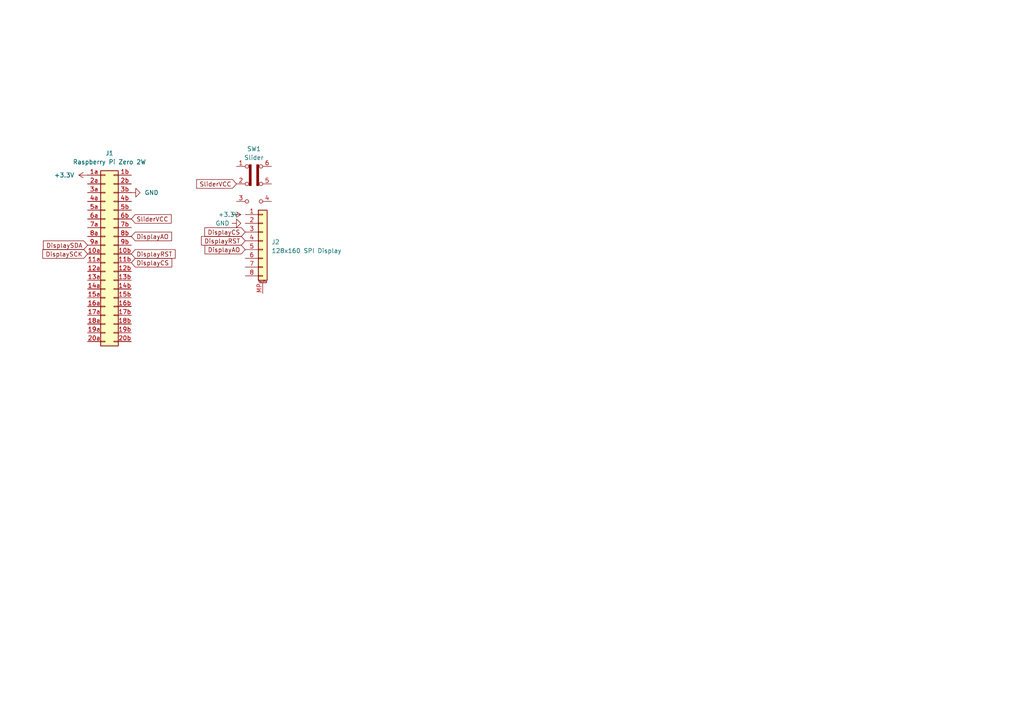
<source format=kicad_sch>
(kicad_sch (version 20250114) (generator "eeschema") (generator_version "9.0")
  (paper "A4")
  (lib_symbols
    (symbol "Connector_Generic:Conn_02x20_Row_Letter_Last" (pin_names (offset 1.016) (hide yes))
      (property "Reference" "J" (at 1.27 25.4 0))
      (property "Value" "Conn_02x20_Row_Letter_Last" (at 1.27 -27.94 0))
      (symbol "Conn_02x20_Row_Letter_Last_1_1"
        (rectangle (start -1.27 24.13) (end 3.81 -26.67) (stroke (width 0.254)) (fill (type background)))
        (rectangle (start -1.27 22.987) (end 0 22.733) (stroke (width 0.1524)))
        (rectangle (start -1.27 20.447) (end 0 20.193) (stroke (width 0.1524)))
        (rectangle (start -1.27 17.907) (end 0 17.653) (stroke (width 0.1524)))
        (rectangle (start -1.27 15.367) (end 0 15.113) (stroke (width 0.1524)))
        (rectangle (start -1.27 12.827) (end 0 12.573) (stroke (width 0.1524)))
        (rectangle (start -1.27 10.287) (end 0 10.033) (stroke (width 0.1524)))
        (rectangle (start -1.27 7.747) (end 0 7.493) (stroke (width 0.1524)))
        (rectangle (start -1.27 5.207) (end 0 4.953) (stroke (width 0.1524)))
        (rectangle (start -1.27 2.667) (end 0 2.413) (stroke (width 0.1524)))
        (rectangle (start -1.27 0.127) (end 0 -0.127) (stroke (width 0.1524)))
        (rectangle (start -1.27 -2.413) (end 0 -2.667) (stroke (width 0.1524)))
        (rectangle (start -1.27 -4.953) (end 0 -5.207) (stroke (width 0.1524)))
        (rectangle (start -1.27 -7.493) (end 0 -7.747) (stroke (width 0.1524)))
        (rectangle (start -1.27 -10.033) (end 0 -10.287) (stroke (width 0.1524)))
        (rectangle (start -1.27 -12.573) (end 0 -12.827) (stroke (width 0.1524)))
        (rectangle (start -1.27 -15.113) (end 0 -15.367) (stroke (width 0.1524)))
        (rectangle (start -1.27 -17.653) (end 0 -17.907) (stroke (width 0.1524)))
        (rectangle (start -1.27 -20.193) (end 0 -20.447) (stroke (width 0.1524)))
        (rectangle (start -1.27 -22.733) (end 0 -22.987) (stroke (width 0.1524)))
        (rectangle (start -1.27 -25.273) (end 0 -25.527) (stroke (width 0.1524)))
        (rectangle (start 3.81 22.987) (end 2.54 22.733) (stroke (width 0.1524)))
        (rectangle (start 3.81 20.447) (end 2.54 20.193) (stroke (width 0.1524)))
        (rectangle (start 3.81 17.907) (end 2.54 17.653) (stroke (width 0.1524)))
        (rectangle (start 3.81 15.367) (end 2.54 15.113) (stroke (width 0.1524)))
        (rectangle (start 3.81 12.827) (end 2.54 12.573) (stroke (width 0.1524)))
        (rectangle (start 3.81 10.287) (end 2.54 10.033) (stroke (width 0.1524)))
        (rectangle (start 3.81 7.747) (end 2.54 7.493) (stroke (width 0.1524)))
        (rectangle (start 3.81 5.207) (end 2.54 4.953) (stroke (width 0.1524)))
        (rectangle (start 3.81 2.667) (end 2.54 2.413) (stroke (width 0.1524)))
        (rectangle (start 3.81 0.127) (end 2.54 -0.127) (stroke (width 0.1524)))
        (rectangle (start 3.81 -2.413) (end 2.54 -2.667) (stroke (width 0.1524)))
        (rectangle (start 3.81 -4.953) (end 2.54 -5.207) (stroke (width 0.1524)))
        (rectangle (start 3.81 -7.493) (end 2.54 -7.747) (stroke (width 0.1524)))
        (rectangle (start 3.81 -10.033) (end 2.54 -10.287) (stroke (width 0.1524)))
        (rectangle (start 3.81 -12.573) (end 2.54 -12.827) (stroke (width 0.1524)))
        (rectangle (start 3.81 -15.113) (end 2.54 -15.367) (stroke (width 0.1524)))
        (rectangle (start 3.81 -17.653) (end 2.54 -17.907) (stroke (width 0.1524)))
        (rectangle (start 3.81 -20.193) (end 2.54 -20.447) (stroke (width 0.1524)))
        (rectangle (start 3.81 -22.733) (end 2.54 -22.987) (stroke (width 0.1524)))
        (rectangle (start 3.81 -25.273) (end 2.54 -25.527) (stroke (width 0.1524)))
        (pin passive line (at -5.08 22.86 0) (length 3.81) (name "Pin_1a") (number "1a"))
        (pin passive line (at -5.08 20.32 0) (length 3.81) (name "Pin_2a") (number "2a"))
        (pin passive line (at -5.08 17.78 0) (length 3.81) (name "Pin_3a") (number "3a"))
        (pin passive line (at -5.08 15.24 0) (length 3.81) (name "Pin_4a") (number "4a"))
        (pin passive line (at -5.08 12.7 0) (length 3.81) (name "Pin_5a") (number "5a"))
        (pin passive line (at -5.08 10.16 0) (length 3.81) (name "Pin_6a") (number "6a"))
        (pin passive line (at -5.08 7.62 0) (length 3.81) (name "Pin_7a") (number "7a"))
        (pin passive line (at -5.08 5.08 0) (length 3.81) (name "Pin_8a") (number "8a"))
        (pin passive line (at -5.08 2.54 0) (length 3.81) (name "Pin_9a") (number "9a"))
        (pin passive line (at -5.08 0 0) (length 3.81) (name "Pin_10a") (number "10a"))
        (pin passive line (at -5.08 -2.54 0) (length 3.81) (name "Pin_11a") (number "11a"))
        (pin passive line (at -5.08 -5.08 0) (length 3.81) (name "Pin_12a") (number "12a"))
        (pin passive line (at -5.08 -7.62 0) (length 3.81) (name "Pin_13a") (number "13a"))
        (pin passive line (at -5.08 -10.16 0) (length 3.81) (name "Pin_14a") (number "14a"))
        (pin passive line (at -5.08 -12.7 0) (length 3.81) (name "Pin_15a") (number "15a"))
        (pin passive line (at -5.08 -15.24 0) (length 3.81) (name "Pin_16a") (number "16a"))
        (pin passive line (at -5.08 -17.78 0) (length 3.81) (name "Pin_17a") (number "17a"))
        (pin passive line (at -5.08 -20.32 0) (length 3.81) (name "Pin_18a") (number "18a"))
        (pin passive line (at -5.08 -22.86 0) (length 3.81) (name "Pin_19a") (number "19a"))
        (pin passive line (at -5.08 -25.4 0) (length 3.81) (name "Pin_20a") (number "20a"))
        (pin passive line (at 7.62 22.86 180) (length 3.81) (name "Pin_1b") (number "1b"))
        (pin passive line (at 7.62 20.32 180) (length 3.81) (name "Pin_2b") (number "2b"))
        (pin passive line (at 7.62 17.78 180) (length 3.81) (name "Pin_3b") (number "3b"))
        (pin passive line (at 7.62 15.24 180) (length 3.81) (name "Pin_4b") (number "4b"))
        (pin passive line (at 7.62 12.7 180) (length 3.81) (name "Pin_5b") (number "5b"))
        (pin passive line (at 7.62 10.16 180) (length 3.81) (name "Pin_6b") (number "6b"))
        (pin passive line (at 7.62 7.62 180) (length 3.81) (name "Pin_7b") (number "7b"))
        (pin passive line (at 7.62 5.08 180) (length 3.81) (name "Pin_8b") (number "8b"))
        (pin passive line (at 7.62 2.54 180) (length 3.81) (name "Pin_9b") (number "9b"))
        (pin passive line (at 7.62 0 180) (length 3.81) (name "Pin_10b") (number "10b"))
        (pin passive line (at 7.62 -2.54 180) (length 3.81) (name "Pin_11b") (number "11b"))
        (pin passive line (at 7.62 -5.08 180) (length 3.81) (name "Pin_12b") (number "12b"))
        (pin passive line (at 7.62 -7.62 180) (length 3.81) (name "Pin_13b") (number "13b"))
        (pin passive line (at 7.62 -10.16 180) (length 3.81) (name "Pin_14b") (number "14b"))
        (pin passive line (at 7.62 -12.7 180) (length 3.81) (name "Pin_15b") (number "15b"))
        (pin passive line (at 7.62 -15.24 180) (length 3.81) (name "Pin_16b") (number "16b"))
        (pin passive line (at 7.62 -17.78 180) (length 3.81) (name "Pin_17b") (number "17b"))
        (pin passive line (at 7.62 -20.32 180) (length 3.81) (name "Pin_18b") (number "18b"))
        (pin passive line (at 7.62 -22.86 180) (length 3.81) (name "Pin_19b") (number "19b"))
        (pin passive line (at 7.62 -25.4 180) (length 3.81) (name "Pin_20b") (number "20b"))
      )
    )
    (symbol "Connector_Generic_MountingPin:Conn_01x08_MountingPin" (pin_names (offset 1.016) (hide yes))
      (property "Reference" "J" (at 0 10.16 0))
      (property "Value" "Conn_01x08_MountingPin" (at 1.27 -12.7 0))
      (symbol "Conn_01x08_MountingPin_1_1"
        (rectangle (start -1.27 8.89) (end 1.27 -11.43) (stroke (width 0.254)) (fill (type background)))
        (rectangle (start -1.27 7.747) (end 0 7.493) (stroke (width 0.1524)))
        (rectangle (start -1.27 5.207) (end 0 4.953) (stroke (width 0.1524)))
        (rectangle (start -1.27 2.667) (end 0 2.413) (stroke (width 0.1524)))
        (rectangle (start -1.27 0.127) (end 0 -0.127) (stroke (width 0.1524)))
        (rectangle (start -1.27 -2.413) (end 0 -2.667) (stroke (width 0.1524)))
        (rectangle (start -1.27 -4.953) (end 0 -5.207) (stroke (width 0.1524)))
        (rectangle (start -1.27 -7.493) (end 0 -7.747) (stroke (width 0.1524)))
        (rectangle (start -1.27 -10.033) (end 0 -10.287) (stroke (width 0.1524)))
        (polyline (pts (xy -1.016 -12.192) (xy 1.016 -12.192)) (stroke (width 0.1524)))
        (text "Mounting" (at 0 -11.811 0) (effects (font (size 0.381 0.381))))
        (pin passive line (at -5.08 7.62 0) (length 3.81) (name "Pin_1") (number "1"))
        (pin passive line (at -5.08 5.08 0) (length 3.81) (name "Pin_2") (number "2"))
        (pin passive line (at -5.08 2.54 0) (length 3.81) (name "Pin_3") (number "3"))
        (pin passive line (at -5.08 0 0) (length 3.81) (name "Pin_4") (number "4"))
        (pin passive line (at -5.08 -2.54 0) (length 3.81) (name "Pin_5") (number "5"))
        (pin passive line (at -5.08 -5.08 0) (length 3.81) (name "Pin_6") (number "6"))
        (pin passive line (at -5.08 -7.62 0) (length 3.81) (name "Pin_7") (number "7"))
        (pin passive line (at -5.08 -10.16 0) (length 3.81) (name "Pin_8") (number "8"))
        (pin passive line (at 0 -15.24 90) (length 3.048) (name "MountPin") (number "MP"))
      )
    )
    (symbol "Switch:SW_Slide_DPDT" (pin_names (offset 0) (hide yes))
      (property "Reference" "SW" (at 0 6.858 0))
      (property "Value" "SW_Slide_DPDT" (at 0 -8.128 0))
      (symbol "SW_Slide_DPDT_0_0"
        (circle (center -2.032 5.08) (radius 0.508))
        (circle (center -2.032 -5.08) (radius 0.508))
        (circle (center 2.032 0) (radius 0.508))
        (circle (center 2.032 -5.08) (radius 0.508))
      )
      (symbol "SW_Slide_DPDT_0_1"
        (circle (center -2.032 0) (radius 0.508))
        (circle (center 2.032 5.08) (radius 0.508))
      )
      (symbol "SW_Slide_DPDT_1_1"
        (rectangle (start -1.397 5.588) (end -0.762 -0.508) (fill (type outline)))
        (rectangle (start 0.762 5.588) (end 1.397 -0.508) (fill (type outline)))
        (pin passive line (at -5.08 5.08 0) (length 2.54) (name "A") (number "1"))
        (pin passive line (at -5.08 0 0) (length 2.54) (name "B") (number "2"))
        (pin passive line (at -5.08 -5.08 0) (length 2.54) (name "C") (number "3"))
        (pin passive line (at 5.08 5.08 180) (length 2.54) (name "C") (number "6"))
        (pin passive line (at 5.08 0 180) (length 2.54) (name "B") (number "5"))
        (pin passive line (at 5.08 -5.08 180) (length 2.54) (name "A") (number "4"))
      )
    )
    (symbol "power:+3.3V" (power) (pin_numbers (hide yes)) (pin_names (offset 0) (hide yes))
      (property "Value" "+3.3V" (at 0 3.556 0))
      (symbol "+3.3V_0_1"
        (polyline (pts (xy -0.762 1.27) (xy 0 2.54)))
        (polyline (pts (xy 0 2.54) (xy 0.762 1.27)))
        (polyline (pts (xy 0 0) (xy 0 2.54)))
      )
      (symbol "+3.3V_1_1"
        (pin power_in line (at 0 0 90) (length 0) (name "~") (number "1"))
      )
    )
    (symbol "power:GND" (power) (pin_numbers (hide yes)) (pin_names (offset 0) (hide yes))
      (property "Value" "GND" (at 0 -3.81 0))
      (symbol "GND_0_1"
        (polyline (pts (xy 0 0) (xy 0 -1.27) (xy 1.27 -1.27) (xy 0 -2.54) (xy -1.27 -1.27) (xy 0 -1.27)))
      )
      (symbol "GND_1_1"
        (pin power_in line (at 0 0 270) (length 0) (name "~") (number "1"))
      )
    )
  )
  (wire (pts (xy 67.31 62.23) (xy 71.12 62.23)) (stroke (width 0) (type dot)))
  (global_label "DisplayRST" (shape input) (at 38.1 73.66 0) (property "Intersheetrefs" "${INTERSHEET_REFS}" (effects (hide yes))))
  (global_label "DisplayAO" (shape input) (at 71.12 72.39 180) (property "Intersheetrefs" "${INTERSHEET_REFS}" (effects (hide yes))))
  (global_label "DisplayCS" (shape input) (at 38.1 76.2 0) (property "Intersheetrefs" "${INTERSHEET_REFS}" (effects (hide yes))))
  (global_label "DisplaySDA" (shape input) (at 25.4 71.12 180) (property "Intersheetrefs" "${INTERSHEET_REFS}" (effects (hide yes))))
  (global_label "DisplayCS" (shape input) (at 71.12 67.31 180) (property "Intersheetrefs" "${INTERSHEET_REFS}" (effects (hide yes))))
  (global_label "DisplayAO" (shape input) (at 38.1 68.58 0) (property "Intersheetrefs" "${INTERSHEET_REFS}" (effects (hide yes))))
  (global_label "DisplayRST" (shape input) (at 71.12 69.85 180) (property "Intersheetrefs" "${INTERSHEET_REFS}" (effects (hide yes))))
  (global_label "SliderVCC" (shape input) (at 68.58 53.34 180) (property "Intersheetrefs" "${INTERSHEET_REFS}" (effects (hide yes))))
  (global_label "DisplaySCK" (shape input) (at 25.4 73.66 180) (property "Intersheetrefs" "${INTERSHEET_REFS}" (effects (hide yes))))
  (global_label "SliderVCC" (shape input) (at 38.1 63.5 0) (property "Intersheetrefs" "${INTERSHEET_REFS}" (effects (hide yes))))
  (symbol (lib_id "power:+3.3V") (at 25.4 50.8 90) (unit 1)
    (property "Reference" "#PWR02" (effects (hide yes)))
    (property "Value" "+3.3V" (at 21.59 50.8 90) (effects (justify left)))
    (property "Description" "Power symbol creates a global label with name \"+3.3V\"" (effects (hide yes)))
  )
  (symbol (lib_id "Connector_Generic:Conn_02x20_Row_Letter_Last") (at 30.48 73.66 0) (unit 1)
    (property "Reference" "J1" (at 31.75 44.45 0))
    (property "Value" "Raspberry Pi Zero 2W" (at 31.75 46.99 0))
    (property "Footprint" "Connector_JST:JST_PUD_B40B-PUDSS_2x20_P2.00mm_Vertical" (effects (hide yes)))
    (property "Description" "Generic connector, double row, 02x20, row letter last pin numbering scheme (pin number consists of a letter for the row and a number for the pin index in this row. 1a, ..., Na; 1b, ..., Nb)), script generated (kicad-library-utils/schlib/autogen/connector/)" (effects (hide yes)))
  )
  (symbol (lib_id "Connector_Generic_MountingPin:Conn_01x08_MountingPin") (at 76.2 69.85 0) (unit 1)
    (property "Reference" "J2" (at 78.74 70.2056 0) (effects (justify left)))
    (property "Value" "128x160 SPI Display" (at 78.74 72.7456 0) (effects (justify left)))
    (property "Footprint" "Display:CR2013-MI2120" (effects (hide yes)))
    (property "Description" "Generic connectable mounting pin connector, single row, 01x08, script generated (kicad-library-utils/schlib/autogen/connector/)" (effects (hide yes)))
  )
  (symbol (lib_id "Switch:SW_Slide_DPDT") (at 73.66 53.34 0) (unit 1)
    (property "Reference" "SW1" (at 73.66 43.18 0))
    (property "Value" "Slider" (at 73.66 45.72 0))
    (property "Description" "Slide Switch, dual pole double throw" (effects (hide yes)))
  )
  (symbol (lib_id "power:GND") (at 38.1 55.88 90) (unit 1)
    (property "Reference" "#PWR01" (effects (hide yes)))
    (property "Value" "GND" (at 41.91 55.88 90) (effects (justify right)))
    (property "Description" "Power symbol creates a global label with name \"GND\" , ground" (effects (hide yes)))
  )
  (symbol (lib_id "power:+3.3V") (at 67.31 62.23 270) (unit 1)
    (property "Reference" "#PWR03" (effects (hide yes)))
    (property "Value" "+3.3V" (at 63.246 62.23 90) (effects (justify left)))
    (property "Description" "Power symbol creates a global label with name \"+3.3V\"" (effects (hide yes)))
  )
  (symbol (lib_id "power:GND") (at 67.31 64.77 90) (unit 1)
    (property "Reference" "#PWR04" (effects (hide yes)))
    (property "Value" "GND" (at 62.484 64.77 90) (effects (justify right)))
    (property "Description" "Power symbol creates a global label with name \"GND\" , ground" (effects (hide yes)))
  )
)
</source>
